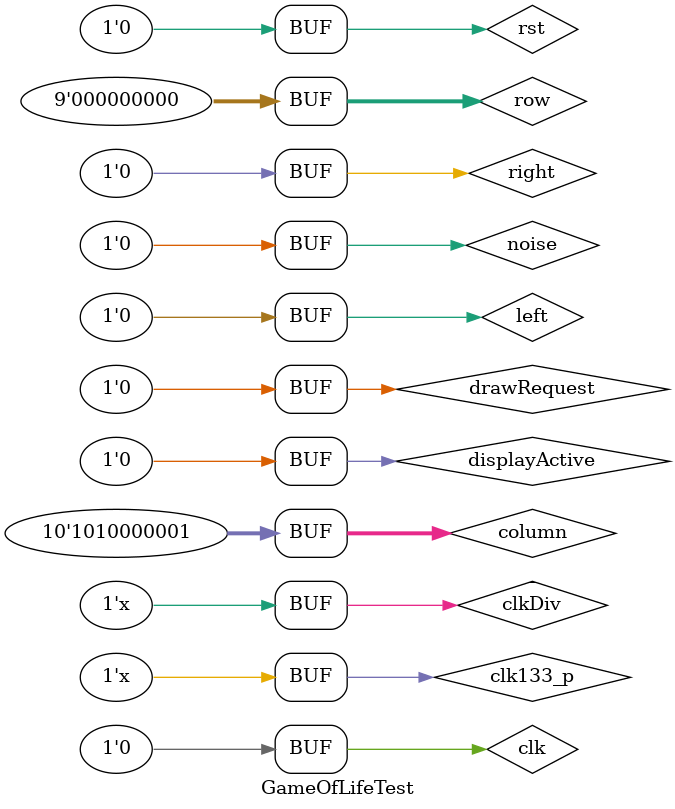
<source format=v>
`timescale 1ns / 1ps


module GameOfLifeTest;
	reg clk;
	reg clkDiv;
	reg rst;
	reg displayActive;
	reg noise;
	reg drawRequest;
	reg left;
	reg right;
	reg [8:0] row;
	reg [9:0] column;
	reg clk133_p;

	wire [2:0] color;
	wire [7:0] led;
	wire [12:0] sd_A;
	wire [1:0] sd_BA;
	wire sd_RAS;
	wire sd_CAS;
	wire sd_WE;
	wire sd_CKE;
	wire sd_CS;
	wire sd_LDM;
	wire sd_UDM;

	wire [15:0] sd_DQ;
	wire sd_LDQS;
	wire sd_UDQS;

	GameOfLife uut (
		.clk(clk),
		.clkDiv(clkDiv),
		.rst(rst),
		.displayActive(displayActive),
		.noise(noise),
		.drawRequest(drawRequest),
		.left(left),
		.right(right),
		.row(row),
		.column(column),
		.color(color),
		.led(led),
		.clk133_p(clk133_p),
		.sd_A(sd_A),
		.sd_DQ(sd_DQ),
		.sd_BA(sd_BA),
		.sd_RAS(sd_RAS),
		.sd_CAS(sd_CAS),
		.sd_WE(sd_WE),
		.sd_CKE(sd_CKE),
		.sd_CS(sd_CS),
		.sd_LDM(sd_LDM),
		.sd_UDM(sd_UDM),
		.sd_LDQS(sd_LDQS),
		.sd_UDQS(sd_UDQS)
	);

	initial begin
		clk = 0;
		clkDiv = 0;
		rst = 1;
		displayActive = 0;
		noise = 0;
		drawRequest = 0;
		left = 0;
		right = 0;
		row = 0;
		column = 0;
		clk133_p = 0;

		#5 rst = 0;
		#499995 column = 630;
		displayActive = 1;
		#40 column = 640;
		displayActive = 0;
		#40 column = 641;
	end
	
	always begin
		#3.7594 clk133_p = ~clk133_p;
	end
	
	always begin
		#20 clkDiv = ~clkDiv;
	end
endmodule


</source>
